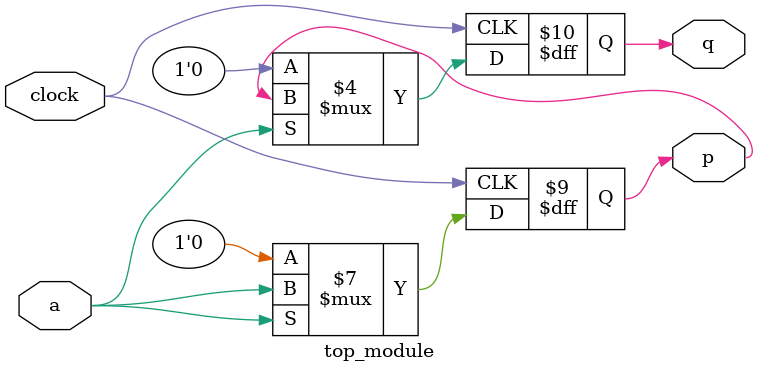
<source format=sv>
module top_module (
	input wire clock,
	input wire a, 
	output reg p,
	output reg q
);

always @(posedge clock) begin
	if (a == 1'b0) begin
		p <= 1'b0;
		q <= 1'b0;
	end else begin
		p <= a;
		q <= p;
	end
end

endmodule

</source>
